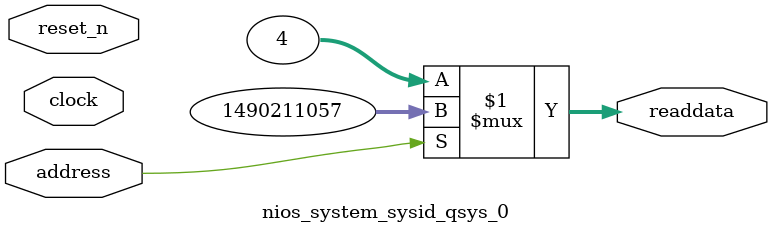
<source format=v>



// synthesis translate_off
`timescale 1ns / 1ps
// synthesis translate_on

// turn off superfluous verilog processor warnings 
// altera message_level Level1 
// altera message_off 10034 10035 10036 10037 10230 10240 10030 

module nios_system_sysid_qsys_0 (
               // inputs:
                address,
                clock,
                reset_n,

               // outputs:
                readdata
             )
;

  output  [ 31: 0] readdata;
  input            address;
  input            clock;
  input            reset_n;

  wire    [ 31: 0] readdata;
  //control_slave, which is an e_avalon_slave
  assign readdata = address ? 1490211057 : 4;

endmodule




</source>
